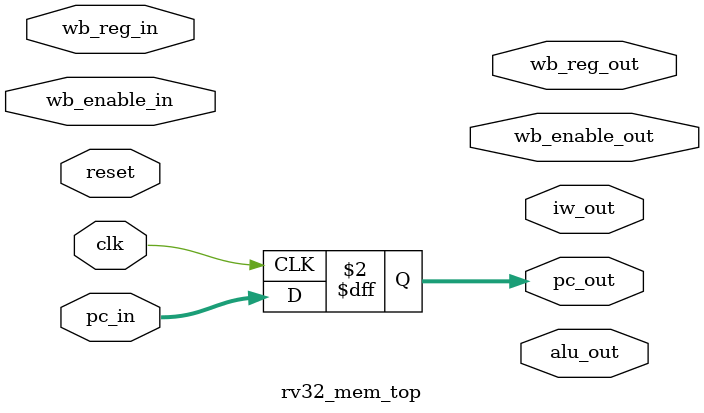
<source format=sv>
`timescale 1ns / 1ps


module rv32_mem_top(
        // system clock and synchronous reset
        input clk,
        input reset,
        
        // from ex
        input [31:0] pc_in,
        input [3:0] wb_reg_in,
        input wb_enable_in,

        // to wb
        output reg [31:0] pc_out,
        output reg [31:0] iw_out,
        output reg [31:0] alu_out,
        output reg [4:0] wb_reg_out,
        output reg wb_enable_out
    );

    always_ff @ (posedge clk) begin
        pc_out <= pc_in;
//        iw_out <= iw_in;
    end
    
endmodule

</source>
